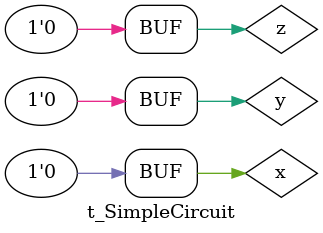
<source format=v>
module t_SimpleCircuit;
	wire D,E;
	reg x,y,z;
	Simple_Circuit S1(x,y,z,D,E);
	initial
	begin
		x=0;y=0;z=0;
		#20
		x=0;y=0;z=1;
		#20	
		x=0;y=1;z=0;
		#20
		x=1;y=0;z=0;
		#20
		x=0;y=1;z=1;
		#20
		x=1;y=1;z=0;
		#20
		x=1;y=0;z=1;
		#20
		x=1;y=1;z=1;
		#20
		x=0;y=0;z=0;		
	end
endmodule

</source>
